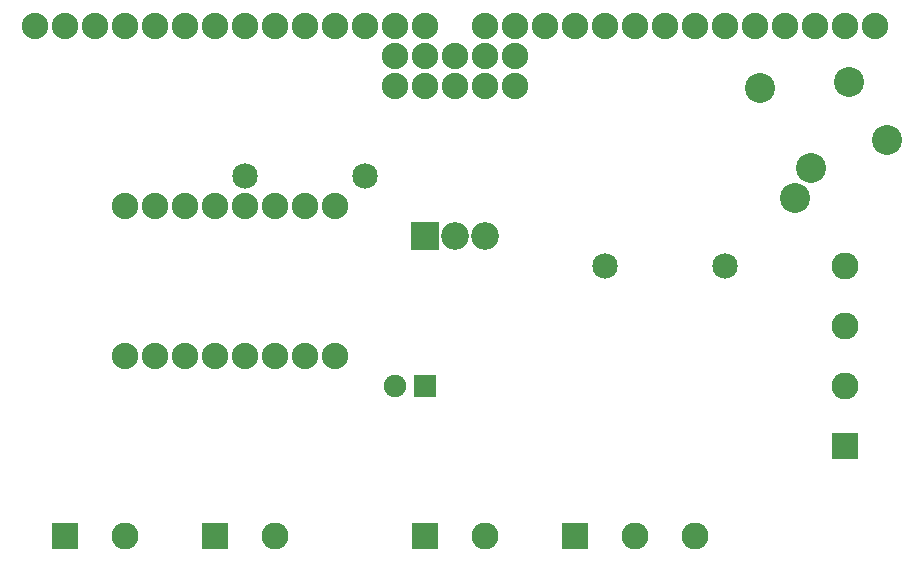
<source format=gts>
G04 MADE WITH FRITZING*
G04 WWW.FRITZING.ORG*
G04 DOUBLE SIDED*
G04 HOLES PLATED*
G04 CONTOUR ON CENTER OF CONTOUR VECTOR*
%ASAXBY*%
%FSLAX23Y23*%
%MOIN*%
%OFA0B0*%
%SFA1.0B1.0*%
%ADD10C,0.100020*%
%ADD11C,0.088000*%
%ADD12C,0.075000*%
%ADD13C,0.085000*%
%ADD14C,0.090000*%
%ADD15C,0.092000*%
%ADD16R,0.090000X0.090000*%
%ADD17R,0.092000X0.092000*%
%ADD18R,0.001000X0.001000*%
%LNMASK1*%
G90*
G70*
G54D10*
X2641Y1284D03*
X2696Y1383D03*
X2527Y1649D03*
X2822Y1669D03*
X2950Y1477D03*
G54D11*
X1310Y1657D03*
X1410Y1657D03*
X1510Y1657D03*
X1610Y1657D03*
X1710Y1657D03*
G54D12*
X1310Y657D03*
X1410Y657D03*
X1310Y657D03*
X1410Y657D03*
G54D13*
X810Y1357D03*
X1210Y1357D03*
G54D11*
X110Y1857D03*
X210Y1857D03*
X310Y1857D03*
X410Y1857D03*
X510Y1857D03*
X610Y1857D03*
X710Y1857D03*
X810Y1857D03*
X910Y1857D03*
X1010Y1857D03*
X1110Y1857D03*
X1210Y1857D03*
X1310Y1857D03*
X1410Y1857D03*
X2950Y1477D03*
X2822Y1668D03*
X2642Y1284D03*
X1110Y1257D03*
X1010Y1257D03*
X910Y1257D03*
X810Y1257D03*
X710Y1257D03*
X610Y1257D03*
X510Y1257D03*
X410Y1257D03*
X1110Y757D03*
X1010Y757D03*
X910Y757D03*
X810Y757D03*
X710Y757D03*
X610Y757D03*
X510Y757D03*
X410Y757D03*
X2910Y1857D03*
X2810Y1857D03*
X2710Y1857D03*
X2610Y1857D03*
X2510Y1857D03*
X2410Y1857D03*
X2310Y1857D03*
X2210Y1857D03*
X2110Y1857D03*
X2010Y1857D03*
X1910Y1857D03*
X1810Y1857D03*
X1710Y1857D03*
X1610Y1857D03*
G54D14*
X1910Y157D03*
X2110Y157D03*
X2310Y157D03*
X2810Y457D03*
X2810Y657D03*
X2810Y857D03*
X2810Y1057D03*
X1410Y157D03*
X1610Y157D03*
X210Y157D03*
X410Y157D03*
X710Y157D03*
X910Y157D03*
G54D15*
X1410Y1157D03*
X1510Y1157D03*
X1610Y1157D03*
G54D13*
X2010Y1057D03*
X2410Y1057D03*
G54D11*
X1310Y1757D03*
X1410Y1757D03*
X1510Y1757D03*
X1610Y1757D03*
X1710Y1757D03*
G54D16*
X1910Y157D03*
X2810Y457D03*
X1410Y157D03*
X210Y157D03*
X710Y157D03*
G54D17*
X1410Y1157D03*
G54D18*
X1373Y694D02*
X1447Y694D01*
X1373Y693D02*
X1447Y693D01*
X1373Y692D02*
X1447Y692D01*
X1373Y691D02*
X1447Y691D01*
X1373Y690D02*
X1447Y690D01*
X1373Y689D02*
X1447Y689D01*
X1373Y688D02*
X1447Y688D01*
X1373Y687D02*
X1447Y687D01*
X1373Y686D02*
X1447Y686D01*
X1373Y685D02*
X1447Y685D01*
X1373Y684D02*
X1447Y684D01*
X1373Y683D02*
X1447Y683D01*
X1373Y682D02*
X1447Y682D01*
X1373Y681D02*
X1447Y681D01*
X1373Y680D02*
X1447Y680D01*
X1373Y679D02*
X1447Y679D01*
X1373Y678D02*
X1447Y678D01*
X1373Y677D02*
X1447Y677D01*
X1373Y676D02*
X1447Y676D01*
X1373Y675D02*
X1447Y675D01*
X1373Y674D02*
X1447Y674D01*
X1373Y673D02*
X1447Y673D01*
X1373Y672D02*
X1447Y672D01*
X1373Y671D02*
X1447Y671D01*
X1373Y670D02*
X1447Y670D01*
X1373Y669D02*
X1447Y669D01*
X1373Y668D02*
X1447Y668D01*
X1373Y667D02*
X1447Y667D01*
X1373Y666D02*
X1407Y666D01*
X1412Y666D02*
X1447Y666D01*
X1373Y665D02*
X1405Y665D01*
X1414Y665D02*
X1447Y665D01*
X1373Y664D02*
X1403Y664D01*
X1416Y664D02*
X1447Y664D01*
X1373Y663D02*
X1402Y663D01*
X1417Y663D02*
X1447Y663D01*
X1373Y662D02*
X1402Y662D01*
X1418Y662D02*
X1447Y662D01*
X1373Y661D02*
X1401Y661D01*
X1418Y661D02*
X1447Y661D01*
X1373Y660D02*
X1401Y660D01*
X1419Y660D02*
X1447Y660D01*
X1373Y659D02*
X1401Y659D01*
X1419Y659D02*
X1447Y659D01*
X1373Y658D02*
X1400Y658D01*
X1419Y658D02*
X1447Y658D01*
X1373Y657D02*
X1400Y657D01*
X1419Y657D02*
X1447Y657D01*
X1373Y656D02*
X1401Y656D01*
X1419Y656D02*
X1447Y656D01*
X1373Y655D02*
X1401Y655D01*
X1419Y655D02*
X1447Y655D01*
X1373Y654D02*
X1401Y654D01*
X1418Y654D02*
X1447Y654D01*
X1373Y653D02*
X1401Y653D01*
X1418Y653D02*
X1447Y653D01*
X1373Y652D02*
X1402Y652D01*
X1417Y652D02*
X1447Y652D01*
X1373Y651D02*
X1403Y651D01*
X1416Y651D02*
X1447Y651D01*
X1373Y650D02*
X1404Y650D01*
X1415Y650D02*
X1447Y650D01*
X1373Y649D02*
X1406Y649D01*
X1413Y649D02*
X1447Y649D01*
X1373Y648D02*
X1447Y648D01*
X1373Y647D02*
X1447Y647D01*
X1373Y646D02*
X1447Y646D01*
X1373Y645D02*
X1447Y645D01*
X1373Y644D02*
X1447Y644D01*
X1373Y643D02*
X1447Y643D01*
X1373Y642D02*
X1447Y642D01*
X1373Y641D02*
X1447Y641D01*
X1373Y640D02*
X1447Y640D01*
X1373Y639D02*
X1447Y639D01*
X1373Y638D02*
X1447Y638D01*
X1373Y637D02*
X1447Y637D01*
X1373Y636D02*
X1447Y636D01*
X1373Y635D02*
X1447Y635D01*
X1373Y634D02*
X1447Y634D01*
X1373Y633D02*
X1447Y633D01*
X1373Y632D02*
X1447Y632D01*
X1373Y631D02*
X1447Y631D01*
X1373Y630D02*
X1447Y630D01*
X1373Y629D02*
X1447Y629D01*
X1373Y628D02*
X1447Y628D01*
X1373Y627D02*
X1447Y627D01*
X1373Y626D02*
X1447Y626D01*
X1373Y625D02*
X1447Y625D01*
X1373Y624D02*
X1447Y624D01*
X1373Y623D02*
X1447Y623D01*
X1373Y622D02*
X1447Y622D01*
X1373Y621D02*
X1447Y621D01*
X1373Y620D02*
X1446Y620D01*
D02*
G04 End of Mask1*
M02*
</source>
